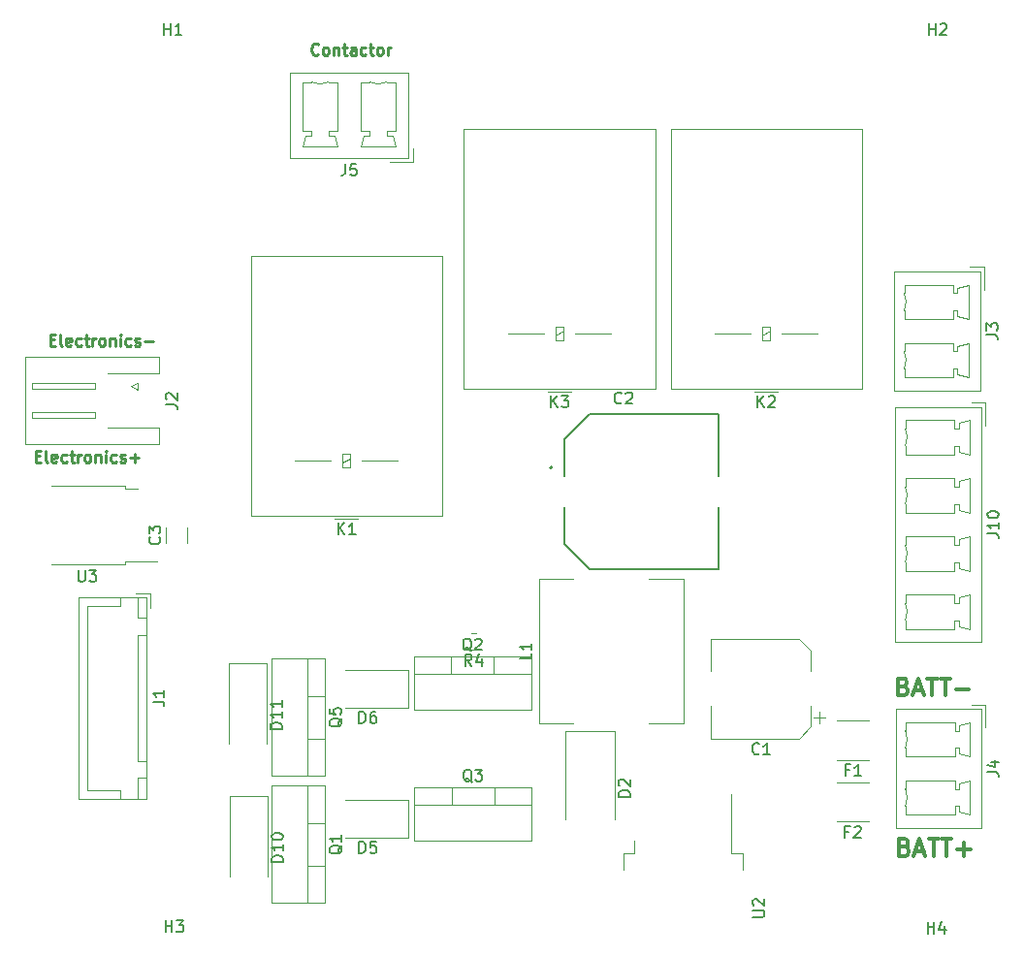
<source format=gbr>
G04 #@! TF.GenerationSoftware,KiCad,Pcbnew,7.0.9*
G04 #@! TF.CreationDate,2024-03-04T19:45:03+05:30*
G04 #@! TF.ProjectId,Chg_Dschg Controller,4368675f-4473-4636-9867-20436f6e7472,rev?*
G04 #@! TF.SameCoordinates,Original*
G04 #@! TF.FileFunction,Legend,Top*
G04 #@! TF.FilePolarity,Positive*
%FSLAX45Y45*%
G04 Gerber Fmt 4.5, Leading zero omitted, Abs format (unit mm)*
G04 Created by KiCad (PCBNEW 7.0.9) date 2024-03-04 19:45:03*
%MOMM*%
%LPD*%
G01*
G04 APERTURE LIST*
%ADD10C,0.300000*%
%ADD11C,0.250000*%
%ADD12C,0.150000*%
%ADD13C,0.120000*%
%ADD14C,0.127000*%
%ADD15C,0.200000*%
G04 APERTURE END LIST*
D10*
X11250451Y-9631511D02*
X11271880Y-9638654D01*
X11271880Y-9638654D02*
X11279022Y-9645797D01*
X11279022Y-9645797D02*
X11286165Y-9660083D01*
X11286165Y-9660083D02*
X11286165Y-9681511D01*
X11286165Y-9681511D02*
X11279022Y-9695797D01*
X11279022Y-9695797D02*
X11271880Y-9702940D01*
X11271880Y-9702940D02*
X11257594Y-9710083D01*
X11257594Y-9710083D02*
X11200451Y-9710083D01*
X11200451Y-9710083D02*
X11200451Y-9560083D01*
X11200451Y-9560083D02*
X11250451Y-9560083D01*
X11250451Y-9560083D02*
X11264737Y-9567226D01*
X11264737Y-9567226D02*
X11271880Y-9574369D01*
X11271880Y-9574369D02*
X11279022Y-9588654D01*
X11279022Y-9588654D02*
X11279022Y-9602940D01*
X11279022Y-9602940D02*
X11271880Y-9617226D01*
X11271880Y-9617226D02*
X11264737Y-9624369D01*
X11264737Y-9624369D02*
X11250451Y-9631511D01*
X11250451Y-9631511D02*
X11200451Y-9631511D01*
X11343308Y-9667226D02*
X11414737Y-9667226D01*
X11329022Y-9710083D02*
X11379022Y-9560083D01*
X11379022Y-9560083D02*
X11429022Y-9710083D01*
X11457594Y-9560083D02*
X11543308Y-9560083D01*
X11500451Y-9710083D02*
X11500451Y-9560083D01*
X11571880Y-9560083D02*
X11657594Y-9560083D01*
X11614737Y-9710083D02*
X11614737Y-9560083D01*
X11707594Y-9652940D02*
X11821880Y-9652940D01*
X11764737Y-9710083D02*
X11764737Y-9595797D01*
D11*
X3659757Y-6220581D02*
X3693090Y-6220581D01*
X3707376Y-6272962D02*
X3659757Y-6272962D01*
X3659757Y-6272962D02*
X3659757Y-6172962D01*
X3659757Y-6172962D02*
X3707376Y-6172962D01*
X3764519Y-6272962D02*
X3754995Y-6268200D01*
X3754995Y-6268200D02*
X3750233Y-6258676D01*
X3750233Y-6258676D02*
X3750233Y-6172962D01*
X3840709Y-6268200D02*
X3831185Y-6272962D01*
X3831185Y-6272962D02*
X3812138Y-6272962D01*
X3812138Y-6272962D02*
X3802614Y-6268200D01*
X3802614Y-6268200D02*
X3797852Y-6258676D01*
X3797852Y-6258676D02*
X3797852Y-6220581D01*
X3797852Y-6220581D02*
X3802614Y-6211057D01*
X3802614Y-6211057D02*
X3812138Y-6206295D01*
X3812138Y-6206295D02*
X3831185Y-6206295D01*
X3831185Y-6206295D02*
X3840709Y-6211057D01*
X3840709Y-6211057D02*
X3845471Y-6220581D01*
X3845471Y-6220581D02*
X3845471Y-6230105D01*
X3845471Y-6230105D02*
X3797852Y-6239628D01*
X3931185Y-6268200D02*
X3921662Y-6272962D01*
X3921662Y-6272962D02*
X3902614Y-6272962D01*
X3902614Y-6272962D02*
X3893090Y-6268200D01*
X3893090Y-6268200D02*
X3888328Y-6263438D01*
X3888328Y-6263438D02*
X3883566Y-6253914D01*
X3883566Y-6253914D02*
X3883566Y-6225343D01*
X3883566Y-6225343D02*
X3888328Y-6215819D01*
X3888328Y-6215819D02*
X3893090Y-6211057D01*
X3893090Y-6211057D02*
X3902614Y-6206295D01*
X3902614Y-6206295D02*
X3921662Y-6206295D01*
X3921662Y-6206295D02*
X3931185Y-6211057D01*
X3959757Y-6206295D02*
X3997852Y-6206295D01*
X3974043Y-6172962D02*
X3974043Y-6258676D01*
X3974043Y-6258676D02*
X3978804Y-6268200D01*
X3978804Y-6268200D02*
X3988328Y-6272962D01*
X3988328Y-6272962D02*
X3997852Y-6272962D01*
X4031185Y-6272962D02*
X4031185Y-6206295D01*
X4031185Y-6225343D02*
X4035947Y-6215819D01*
X4035947Y-6215819D02*
X4040709Y-6211057D01*
X4040709Y-6211057D02*
X4050233Y-6206295D01*
X4050233Y-6206295D02*
X4059757Y-6206295D01*
X4107376Y-6272962D02*
X4097852Y-6268200D01*
X4097852Y-6268200D02*
X4093090Y-6263438D01*
X4093090Y-6263438D02*
X4088328Y-6253914D01*
X4088328Y-6253914D02*
X4088328Y-6225343D01*
X4088328Y-6225343D02*
X4093090Y-6215819D01*
X4093090Y-6215819D02*
X4097852Y-6211057D01*
X4097852Y-6211057D02*
X4107376Y-6206295D01*
X4107376Y-6206295D02*
X4121662Y-6206295D01*
X4121662Y-6206295D02*
X4131185Y-6211057D01*
X4131185Y-6211057D02*
X4135947Y-6215819D01*
X4135947Y-6215819D02*
X4140709Y-6225343D01*
X4140709Y-6225343D02*
X4140709Y-6253914D01*
X4140709Y-6253914D02*
X4135947Y-6263438D01*
X4135947Y-6263438D02*
X4131185Y-6268200D01*
X4131185Y-6268200D02*
X4121662Y-6272962D01*
X4121662Y-6272962D02*
X4107376Y-6272962D01*
X4183566Y-6206295D02*
X4183566Y-6272962D01*
X4183566Y-6215819D02*
X4188328Y-6211057D01*
X4188328Y-6211057D02*
X4197852Y-6206295D01*
X4197852Y-6206295D02*
X4212138Y-6206295D01*
X4212138Y-6206295D02*
X4221662Y-6211057D01*
X4221662Y-6211057D02*
X4226424Y-6220581D01*
X4226424Y-6220581D02*
X4226424Y-6272962D01*
X4274043Y-6272962D02*
X4274043Y-6206295D01*
X4274043Y-6172962D02*
X4269281Y-6177724D01*
X4269281Y-6177724D02*
X4274043Y-6182486D01*
X4274043Y-6182486D02*
X4278805Y-6177724D01*
X4278805Y-6177724D02*
X4274043Y-6172962D01*
X4274043Y-6172962D02*
X4274043Y-6182486D01*
X4364519Y-6268200D02*
X4354995Y-6272962D01*
X4354995Y-6272962D02*
X4335947Y-6272962D01*
X4335947Y-6272962D02*
X4326424Y-6268200D01*
X4326424Y-6268200D02*
X4321662Y-6263438D01*
X4321662Y-6263438D02*
X4316900Y-6253914D01*
X4316900Y-6253914D02*
X4316900Y-6225343D01*
X4316900Y-6225343D02*
X4321662Y-6215819D01*
X4321662Y-6215819D02*
X4326424Y-6211057D01*
X4326424Y-6211057D02*
X4335947Y-6206295D01*
X4335947Y-6206295D02*
X4354995Y-6206295D01*
X4354995Y-6206295D02*
X4364519Y-6211057D01*
X4402614Y-6268200D02*
X4412138Y-6272962D01*
X4412138Y-6272962D02*
X4431186Y-6272962D01*
X4431186Y-6272962D02*
X4440709Y-6268200D01*
X4440709Y-6268200D02*
X4445471Y-6258676D01*
X4445471Y-6258676D02*
X4445471Y-6253914D01*
X4445471Y-6253914D02*
X4440709Y-6244390D01*
X4440709Y-6244390D02*
X4431186Y-6239628D01*
X4431186Y-6239628D02*
X4416900Y-6239628D01*
X4416900Y-6239628D02*
X4407376Y-6234867D01*
X4407376Y-6234867D02*
X4402614Y-6225343D01*
X4402614Y-6225343D02*
X4402614Y-6220581D01*
X4402614Y-6220581D02*
X4407376Y-6211057D01*
X4407376Y-6211057D02*
X4416900Y-6206295D01*
X4416900Y-6206295D02*
X4431186Y-6206295D01*
X4431186Y-6206295D02*
X4440709Y-6211057D01*
X4488328Y-6234867D02*
X4564519Y-6234867D01*
X4526424Y-6272962D02*
X4526424Y-6196771D01*
D10*
X11240451Y-8231511D02*
X11261880Y-8238654D01*
X11261880Y-8238654D02*
X11269022Y-8245797D01*
X11269022Y-8245797D02*
X11276165Y-8260083D01*
X11276165Y-8260083D02*
X11276165Y-8281511D01*
X11276165Y-8281511D02*
X11269022Y-8295797D01*
X11269022Y-8295797D02*
X11261880Y-8302940D01*
X11261880Y-8302940D02*
X11247594Y-8310083D01*
X11247594Y-8310083D02*
X11190451Y-8310083D01*
X11190451Y-8310083D02*
X11190451Y-8160083D01*
X11190451Y-8160083D02*
X11240451Y-8160083D01*
X11240451Y-8160083D02*
X11254737Y-8167226D01*
X11254737Y-8167226D02*
X11261880Y-8174368D01*
X11261880Y-8174368D02*
X11269022Y-8188654D01*
X11269022Y-8188654D02*
X11269022Y-8202940D01*
X11269022Y-8202940D02*
X11261880Y-8217226D01*
X11261880Y-8217226D02*
X11254737Y-8224368D01*
X11254737Y-8224368D02*
X11240451Y-8231511D01*
X11240451Y-8231511D02*
X11190451Y-8231511D01*
X11333308Y-8267226D02*
X11404737Y-8267226D01*
X11319022Y-8310083D02*
X11369022Y-8160083D01*
X11369022Y-8160083D02*
X11419022Y-8310083D01*
X11447594Y-8160083D02*
X11533308Y-8160083D01*
X11490451Y-8310083D02*
X11490451Y-8160083D01*
X11561880Y-8160083D02*
X11647594Y-8160083D01*
X11604737Y-8310083D02*
X11604737Y-8160083D01*
X11697594Y-8252940D02*
X11811880Y-8252940D01*
D11*
X6129900Y-2707438D02*
X6125138Y-2712200D01*
X6125138Y-2712200D02*
X6110852Y-2716962D01*
X6110852Y-2716962D02*
X6101328Y-2716962D01*
X6101328Y-2716962D02*
X6087042Y-2712200D01*
X6087042Y-2712200D02*
X6077519Y-2702676D01*
X6077519Y-2702676D02*
X6072757Y-2693152D01*
X6072757Y-2693152D02*
X6067995Y-2674105D01*
X6067995Y-2674105D02*
X6067995Y-2659819D01*
X6067995Y-2659819D02*
X6072757Y-2640771D01*
X6072757Y-2640771D02*
X6077519Y-2631248D01*
X6077519Y-2631248D02*
X6087042Y-2621724D01*
X6087042Y-2621724D02*
X6101328Y-2616962D01*
X6101328Y-2616962D02*
X6110852Y-2616962D01*
X6110852Y-2616962D02*
X6125138Y-2621724D01*
X6125138Y-2621724D02*
X6129900Y-2626486D01*
X6187042Y-2716962D02*
X6177519Y-2712200D01*
X6177519Y-2712200D02*
X6172757Y-2707438D01*
X6172757Y-2707438D02*
X6167995Y-2697914D01*
X6167995Y-2697914D02*
X6167995Y-2669343D01*
X6167995Y-2669343D02*
X6172757Y-2659819D01*
X6172757Y-2659819D02*
X6177519Y-2655057D01*
X6177519Y-2655057D02*
X6187042Y-2650295D01*
X6187042Y-2650295D02*
X6201328Y-2650295D01*
X6201328Y-2650295D02*
X6210852Y-2655057D01*
X6210852Y-2655057D02*
X6215614Y-2659819D01*
X6215614Y-2659819D02*
X6220376Y-2669343D01*
X6220376Y-2669343D02*
X6220376Y-2697914D01*
X6220376Y-2697914D02*
X6215614Y-2707438D01*
X6215614Y-2707438D02*
X6210852Y-2712200D01*
X6210852Y-2712200D02*
X6201328Y-2716962D01*
X6201328Y-2716962D02*
X6187042Y-2716962D01*
X6263233Y-2650295D02*
X6263233Y-2716962D01*
X6263233Y-2659819D02*
X6267995Y-2655057D01*
X6267995Y-2655057D02*
X6277519Y-2650295D01*
X6277519Y-2650295D02*
X6291804Y-2650295D01*
X6291804Y-2650295D02*
X6301328Y-2655057D01*
X6301328Y-2655057D02*
X6306090Y-2664581D01*
X6306090Y-2664581D02*
X6306090Y-2716962D01*
X6339423Y-2650295D02*
X6377519Y-2650295D01*
X6353709Y-2616962D02*
X6353709Y-2702676D01*
X6353709Y-2702676D02*
X6358471Y-2712200D01*
X6358471Y-2712200D02*
X6367995Y-2716962D01*
X6367995Y-2716962D02*
X6377519Y-2716962D01*
X6453709Y-2716962D02*
X6453709Y-2664581D01*
X6453709Y-2664581D02*
X6448947Y-2655057D01*
X6448947Y-2655057D02*
X6439423Y-2650295D01*
X6439423Y-2650295D02*
X6420376Y-2650295D01*
X6420376Y-2650295D02*
X6410852Y-2655057D01*
X6453709Y-2712200D02*
X6444185Y-2716962D01*
X6444185Y-2716962D02*
X6420376Y-2716962D01*
X6420376Y-2716962D02*
X6410852Y-2712200D01*
X6410852Y-2712200D02*
X6406090Y-2702676D01*
X6406090Y-2702676D02*
X6406090Y-2693152D01*
X6406090Y-2693152D02*
X6410852Y-2683629D01*
X6410852Y-2683629D02*
X6420376Y-2678867D01*
X6420376Y-2678867D02*
X6444185Y-2678867D01*
X6444185Y-2678867D02*
X6453709Y-2674105D01*
X6544185Y-2712200D02*
X6534662Y-2716962D01*
X6534662Y-2716962D02*
X6515614Y-2716962D01*
X6515614Y-2716962D02*
X6506090Y-2712200D01*
X6506090Y-2712200D02*
X6501328Y-2707438D01*
X6501328Y-2707438D02*
X6496566Y-2697914D01*
X6496566Y-2697914D02*
X6496566Y-2669343D01*
X6496566Y-2669343D02*
X6501328Y-2659819D01*
X6501328Y-2659819D02*
X6506090Y-2655057D01*
X6506090Y-2655057D02*
X6515614Y-2650295D01*
X6515614Y-2650295D02*
X6534662Y-2650295D01*
X6534662Y-2650295D02*
X6544185Y-2655057D01*
X6572757Y-2650295D02*
X6610852Y-2650295D01*
X6587043Y-2616962D02*
X6587043Y-2702676D01*
X6587043Y-2702676D02*
X6591804Y-2712200D01*
X6591804Y-2712200D02*
X6601328Y-2716962D01*
X6601328Y-2716962D02*
X6610852Y-2716962D01*
X6658471Y-2716962D02*
X6648947Y-2712200D01*
X6648947Y-2712200D02*
X6644185Y-2707438D01*
X6644185Y-2707438D02*
X6639424Y-2697914D01*
X6639424Y-2697914D02*
X6639424Y-2669343D01*
X6639424Y-2669343D02*
X6644185Y-2659819D01*
X6644185Y-2659819D02*
X6648947Y-2655057D01*
X6648947Y-2655057D02*
X6658471Y-2650295D01*
X6658471Y-2650295D02*
X6672757Y-2650295D01*
X6672757Y-2650295D02*
X6682281Y-2655057D01*
X6682281Y-2655057D02*
X6687043Y-2659819D01*
X6687043Y-2659819D02*
X6691804Y-2669343D01*
X6691804Y-2669343D02*
X6691804Y-2697914D01*
X6691804Y-2697914D02*
X6687043Y-2707438D01*
X6687043Y-2707438D02*
X6682281Y-2712200D01*
X6682281Y-2712200D02*
X6672757Y-2716962D01*
X6672757Y-2716962D02*
X6658471Y-2716962D01*
X6734662Y-2716962D02*
X6734662Y-2650295D01*
X6734662Y-2669343D02*
X6739424Y-2659819D01*
X6739424Y-2659819D02*
X6744185Y-2655057D01*
X6744185Y-2655057D02*
X6753709Y-2650295D01*
X6753709Y-2650295D02*
X6763233Y-2650295D01*
X3786757Y-5204581D02*
X3820090Y-5204581D01*
X3834376Y-5256962D02*
X3786757Y-5256962D01*
X3786757Y-5256962D02*
X3786757Y-5156962D01*
X3786757Y-5156962D02*
X3834376Y-5156962D01*
X3891519Y-5256962D02*
X3881995Y-5252200D01*
X3881995Y-5252200D02*
X3877233Y-5242676D01*
X3877233Y-5242676D02*
X3877233Y-5156962D01*
X3967709Y-5252200D02*
X3958185Y-5256962D01*
X3958185Y-5256962D02*
X3939138Y-5256962D01*
X3939138Y-5256962D02*
X3929614Y-5252200D01*
X3929614Y-5252200D02*
X3924852Y-5242676D01*
X3924852Y-5242676D02*
X3924852Y-5204581D01*
X3924852Y-5204581D02*
X3929614Y-5195057D01*
X3929614Y-5195057D02*
X3939138Y-5190295D01*
X3939138Y-5190295D02*
X3958185Y-5190295D01*
X3958185Y-5190295D02*
X3967709Y-5195057D01*
X3967709Y-5195057D02*
X3972471Y-5204581D01*
X3972471Y-5204581D02*
X3972471Y-5214105D01*
X3972471Y-5214105D02*
X3924852Y-5223629D01*
X4058185Y-5252200D02*
X4048662Y-5256962D01*
X4048662Y-5256962D02*
X4029614Y-5256962D01*
X4029614Y-5256962D02*
X4020090Y-5252200D01*
X4020090Y-5252200D02*
X4015328Y-5247438D01*
X4015328Y-5247438D02*
X4010566Y-5237914D01*
X4010566Y-5237914D02*
X4010566Y-5209343D01*
X4010566Y-5209343D02*
X4015328Y-5199819D01*
X4015328Y-5199819D02*
X4020090Y-5195057D01*
X4020090Y-5195057D02*
X4029614Y-5190295D01*
X4029614Y-5190295D02*
X4048662Y-5190295D01*
X4048662Y-5190295D02*
X4058185Y-5195057D01*
X4086757Y-5190295D02*
X4124852Y-5190295D01*
X4101043Y-5156962D02*
X4101043Y-5242676D01*
X4101043Y-5242676D02*
X4105804Y-5252200D01*
X4105804Y-5252200D02*
X4115328Y-5256962D01*
X4115328Y-5256962D02*
X4124852Y-5256962D01*
X4158185Y-5256962D02*
X4158185Y-5190295D01*
X4158185Y-5209343D02*
X4162947Y-5199819D01*
X4162947Y-5199819D02*
X4167709Y-5195057D01*
X4167709Y-5195057D02*
X4177233Y-5190295D01*
X4177233Y-5190295D02*
X4186757Y-5190295D01*
X4234376Y-5256962D02*
X4224852Y-5252200D01*
X4224852Y-5252200D02*
X4220090Y-5247438D01*
X4220090Y-5247438D02*
X4215328Y-5237914D01*
X4215328Y-5237914D02*
X4215328Y-5209343D01*
X4215328Y-5209343D02*
X4220090Y-5199819D01*
X4220090Y-5199819D02*
X4224852Y-5195057D01*
X4224852Y-5195057D02*
X4234376Y-5190295D01*
X4234376Y-5190295D02*
X4248662Y-5190295D01*
X4248662Y-5190295D02*
X4258186Y-5195057D01*
X4258186Y-5195057D02*
X4262947Y-5199819D01*
X4262947Y-5199819D02*
X4267709Y-5209343D01*
X4267709Y-5209343D02*
X4267709Y-5237914D01*
X4267709Y-5237914D02*
X4262947Y-5247438D01*
X4262947Y-5247438D02*
X4258186Y-5252200D01*
X4258186Y-5252200D02*
X4248662Y-5256962D01*
X4248662Y-5256962D02*
X4234376Y-5256962D01*
X4310567Y-5190295D02*
X4310567Y-5256962D01*
X4310567Y-5199819D02*
X4315328Y-5195057D01*
X4315328Y-5195057D02*
X4324852Y-5190295D01*
X4324852Y-5190295D02*
X4339138Y-5190295D01*
X4339138Y-5190295D02*
X4348662Y-5195057D01*
X4348662Y-5195057D02*
X4353424Y-5204581D01*
X4353424Y-5204581D02*
X4353424Y-5256962D01*
X4401043Y-5256962D02*
X4401043Y-5190295D01*
X4401043Y-5156962D02*
X4396281Y-5161724D01*
X4396281Y-5161724D02*
X4401043Y-5166486D01*
X4401043Y-5166486D02*
X4405805Y-5161724D01*
X4405805Y-5161724D02*
X4401043Y-5156962D01*
X4401043Y-5156962D02*
X4401043Y-5166486D01*
X4491519Y-5252200D02*
X4481995Y-5256962D01*
X4481995Y-5256962D02*
X4462947Y-5256962D01*
X4462947Y-5256962D02*
X4453424Y-5252200D01*
X4453424Y-5252200D02*
X4448662Y-5247438D01*
X4448662Y-5247438D02*
X4443900Y-5237914D01*
X4443900Y-5237914D02*
X4443900Y-5209343D01*
X4443900Y-5209343D02*
X4448662Y-5199819D01*
X4448662Y-5199819D02*
X4453424Y-5195057D01*
X4453424Y-5195057D02*
X4462947Y-5190295D01*
X4462947Y-5190295D02*
X4481995Y-5190295D01*
X4481995Y-5190295D02*
X4491519Y-5195057D01*
X4529614Y-5252200D02*
X4539138Y-5256962D01*
X4539138Y-5256962D02*
X4558186Y-5256962D01*
X4558186Y-5256962D02*
X4567709Y-5252200D01*
X4567709Y-5252200D02*
X4572471Y-5242676D01*
X4572471Y-5242676D02*
X4572471Y-5237914D01*
X4572471Y-5237914D02*
X4567709Y-5228390D01*
X4567709Y-5228390D02*
X4558186Y-5223629D01*
X4558186Y-5223629D02*
X4543900Y-5223629D01*
X4543900Y-5223629D02*
X4534376Y-5218867D01*
X4534376Y-5218867D02*
X4529614Y-5209343D01*
X4529614Y-5209343D02*
X4529614Y-5204581D01*
X4529614Y-5204581D02*
X4534376Y-5195057D01*
X4534376Y-5195057D02*
X4543900Y-5190295D01*
X4543900Y-5190295D02*
X4558186Y-5190295D01*
X4558186Y-5190295D02*
X4567709Y-5195057D01*
X4615328Y-5218867D02*
X4691519Y-5218867D01*
D12*
X4780110Y-2540482D02*
X4780110Y-2440482D01*
X4780110Y-2488101D02*
X4837252Y-2488101D01*
X4837252Y-2540482D02*
X4837252Y-2440482D01*
X4937252Y-2540482D02*
X4880110Y-2540482D01*
X4908681Y-2540482D02*
X4908681Y-2440482D01*
X4908681Y-2440482D02*
X4899157Y-2454768D01*
X4899157Y-2454768D02*
X4889633Y-2464291D01*
X4889633Y-2464291D02*
X4880110Y-2469053D01*
X9966191Y-5793232D02*
X9966191Y-5693232D01*
X10023333Y-5793232D02*
X9980476Y-5736089D01*
X10023333Y-5693232D02*
X9966191Y-5750375D01*
X10061429Y-5702756D02*
X10066191Y-5697994D01*
X10066191Y-5697994D02*
X10075714Y-5693232D01*
X10075714Y-5693232D02*
X10099524Y-5693232D01*
X10099524Y-5693232D02*
X10109048Y-5697994D01*
X10109048Y-5697994D02*
X10113810Y-5702756D01*
X10113810Y-5702756D02*
X10118571Y-5712279D01*
X10118571Y-5712279D02*
X10118571Y-5721803D01*
X10118571Y-5721803D02*
X10113810Y-5736089D01*
X10113810Y-5736089D02*
X10056667Y-5793232D01*
X10056667Y-5793232D02*
X10118571Y-5793232D01*
X7990482Y-7941667D02*
X7990482Y-7989286D01*
X7990482Y-7989286D02*
X7890482Y-7989286D01*
X7990482Y-7855952D02*
X7990482Y-7913095D01*
X7990482Y-7884524D02*
X7890482Y-7884524D01*
X7890482Y-7884524D02*
X7904768Y-7894047D01*
X7904768Y-7894047D02*
X7914291Y-7903571D01*
X7914291Y-7903571D02*
X7919053Y-7913095D01*
X10761667Y-9498101D02*
X10728333Y-9498101D01*
X10728333Y-9550482D02*
X10728333Y-9450482D01*
X10728333Y-9450482D02*
X10775952Y-9450482D01*
X10809286Y-9460006D02*
X10814048Y-9455244D01*
X10814048Y-9455244D02*
X10823571Y-9450482D01*
X10823571Y-9450482D02*
X10847381Y-9450482D01*
X10847381Y-9450482D02*
X10856905Y-9455244D01*
X10856905Y-9455244D02*
X10861667Y-9460006D01*
X10861667Y-9460006D02*
X10866429Y-9469530D01*
X10866429Y-9469530D02*
X10866429Y-9479053D01*
X10866429Y-9479053D02*
X10861667Y-9493339D01*
X10861667Y-9493339D02*
X10804524Y-9550482D01*
X10804524Y-9550482D02*
X10866429Y-9550482D01*
X11971232Y-8980083D02*
X12042660Y-8980083D01*
X12042660Y-8980083D02*
X12056946Y-8984845D01*
X12056946Y-8984845D02*
X12066470Y-8994369D01*
X12066470Y-8994369D02*
X12071232Y-9008655D01*
X12071232Y-9008655D02*
X12071232Y-9018179D01*
X12004565Y-8889607D02*
X12071232Y-8889607D01*
X11966470Y-8913417D02*
X12037898Y-8937226D01*
X12037898Y-8937226D02*
X12037898Y-8875321D01*
X6486190Y-8550482D02*
X6486190Y-8450482D01*
X6486190Y-8450482D02*
X6510000Y-8450482D01*
X6510000Y-8450482D02*
X6524286Y-8455244D01*
X6524286Y-8455244D02*
X6533809Y-8464768D01*
X6533809Y-8464768D02*
X6538571Y-8474291D01*
X6538571Y-8474291D02*
X6543333Y-8493339D01*
X6543333Y-8493339D02*
X6543333Y-8507625D01*
X6543333Y-8507625D02*
X6538571Y-8526672D01*
X6538571Y-8526672D02*
X6533809Y-8536196D01*
X6533809Y-8536196D02*
X6524286Y-8545720D01*
X6524286Y-8545720D02*
X6510000Y-8550482D01*
X6510000Y-8550482D02*
X6486190Y-8550482D01*
X6629048Y-8450482D02*
X6610000Y-8450482D01*
X6610000Y-8450482D02*
X6600476Y-8455244D01*
X6600476Y-8455244D02*
X6595714Y-8460006D01*
X6595714Y-8460006D02*
X6586190Y-8474291D01*
X6586190Y-8474291D02*
X6581429Y-8493339D01*
X6581429Y-8493339D02*
X6581429Y-8531434D01*
X6581429Y-8531434D02*
X6586190Y-8540958D01*
X6586190Y-8540958D02*
X6590952Y-8545720D01*
X6590952Y-8545720D02*
X6600476Y-8550482D01*
X6600476Y-8550482D02*
X6619524Y-8550482D01*
X6619524Y-8550482D02*
X6629048Y-8545720D01*
X6629048Y-8545720D02*
X6633809Y-8540958D01*
X6633809Y-8540958D02*
X6638571Y-8531434D01*
X6638571Y-8531434D02*
X6638571Y-8507625D01*
X6638571Y-8507625D02*
X6633809Y-8498101D01*
X6633809Y-8498101D02*
X6629048Y-8493339D01*
X6629048Y-8493339D02*
X6619524Y-8488577D01*
X6619524Y-8488577D02*
X6600476Y-8488577D01*
X6600476Y-8488577D02*
X6590952Y-8493339D01*
X6590952Y-8493339D02*
X6586190Y-8498101D01*
X6586190Y-8498101D02*
X6581429Y-8507625D01*
X11961232Y-5160083D02*
X12032660Y-5160083D01*
X12032660Y-5160083D02*
X12046946Y-5164845D01*
X12046946Y-5164845D02*
X12056470Y-5174369D01*
X12056470Y-5174369D02*
X12061232Y-5188655D01*
X12061232Y-5188655D02*
X12061232Y-5198179D01*
X11961232Y-5121988D02*
X11961232Y-5060083D01*
X11961232Y-5060083D02*
X11999327Y-5093417D01*
X11999327Y-5093417D02*
X11999327Y-5079131D01*
X11999327Y-5079131D02*
X12004089Y-5069607D01*
X12004089Y-5069607D02*
X12008851Y-5064845D01*
X12008851Y-5064845D02*
X12018375Y-5060083D01*
X12018375Y-5060083D02*
X12042184Y-5060083D01*
X12042184Y-5060083D02*
X12051708Y-5064845D01*
X12051708Y-5064845D02*
X12056470Y-5069607D01*
X12056470Y-5069607D02*
X12061232Y-5079131D01*
X12061232Y-5079131D02*
X12061232Y-5107702D01*
X12061232Y-5107702D02*
X12056470Y-5117226D01*
X12056470Y-5117226D02*
X12051708Y-5121988D01*
X11460409Y-2540482D02*
X11460409Y-2440482D01*
X11460409Y-2488101D02*
X11517552Y-2488101D01*
X11517552Y-2540482D02*
X11517552Y-2440482D01*
X11560409Y-2450006D02*
X11565171Y-2445244D01*
X11565171Y-2445244D02*
X11574695Y-2440482D01*
X11574695Y-2440482D02*
X11598505Y-2440482D01*
X11598505Y-2440482D02*
X11608028Y-2445244D01*
X11608028Y-2445244D02*
X11612790Y-2450006D01*
X11612790Y-2450006D02*
X11617552Y-2459530D01*
X11617552Y-2459530D02*
X11617552Y-2469053D01*
X11617552Y-2469053D02*
X11612790Y-2483339D01*
X11612790Y-2483339D02*
X11555648Y-2540482D01*
X11555648Y-2540482D02*
X11617552Y-2540482D01*
X11448809Y-10387142D02*
X11448809Y-10287142D01*
X11448809Y-10334761D02*
X11505952Y-10334761D01*
X11505952Y-10387142D02*
X11505952Y-10287142D01*
X11596428Y-10320475D02*
X11596428Y-10387142D01*
X11572619Y-10282380D02*
X11548809Y-10353809D01*
X11548809Y-10353809D02*
X11610714Y-10353809D01*
X5820482Y-9761429D02*
X5720482Y-9761429D01*
X5720482Y-9761429D02*
X5720482Y-9737619D01*
X5720482Y-9737619D02*
X5725244Y-9723333D01*
X5725244Y-9723333D02*
X5734768Y-9713810D01*
X5734768Y-9713810D02*
X5744291Y-9709048D01*
X5744291Y-9709048D02*
X5763339Y-9704286D01*
X5763339Y-9704286D02*
X5777625Y-9704286D01*
X5777625Y-9704286D02*
X5796672Y-9709048D01*
X5796672Y-9709048D02*
X5806196Y-9713810D01*
X5806196Y-9713810D02*
X5815720Y-9723333D01*
X5815720Y-9723333D02*
X5820482Y-9737619D01*
X5820482Y-9737619D02*
X5820482Y-9761429D01*
X5820482Y-9609048D02*
X5820482Y-9666190D01*
X5820482Y-9637619D02*
X5720482Y-9637619D01*
X5720482Y-9637619D02*
X5734768Y-9647143D01*
X5734768Y-9647143D02*
X5744291Y-9656667D01*
X5744291Y-9656667D02*
X5749053Y-9666190D01*
X5720482Y-9547143D02*
X5720482Y-9537619D01*
X5720482Y-9537619D02*
X5725244Y-9528095D01*
X5725244Y-9528095D02*
X5730006Y-9523333D01*
X5730006Y-9523333D02*
X5739529Y-9518571D01*
X5739529Y-9518571D02*
X5758577Y-9513810D01*
X5758577Y-9513810D02*
X5782387Y-9513810D01*
X5782387Y-9513810D02*
X5801434Y-9518571D01*
X5801434Y-9518571D02*
X5810958Y-9523333D01*
X5810958Y-9523333D02*
X5815720Y-9528095D01*
X5815720Y-9528095D02*
X5820482Y-9537619D01*
X5820482Y-9537619D02*
X5820482Y-9547143D01*
X5820482Y-9547143D02*
X5815720Y-9556667D01*
X5815720Y-9556667D02*
X5810958Y-9561429D01*
X5810958Y-9561429D02*
X5801434Y-9566190D01*
X5801434Y-9566190D02*
X5782387Y-9570952D01*
X5782387Y-9570952D02*
X5758577Y-9570952D01*
X5758577Y-9570952D02*
X5739529Y-9566190D01*
X5739529Y-9566190D02*
X5730006Y-9561429D01*
X5730006Y-9561429D02*
X5725244Y-9556667D01*
X5725244Y-9556667D02*
X5720482Y-9547143D01*
X4795482Y-5768333D02*
X4866910Y-5768333D01*
X4866910Y-5768333D02*
X4881196Y-5773095D01*
X4881196Y-5773095D02*
X4890720Y-5782619D01*
X4890720Y-5782619D02*
X4895482Y-5796905D01*
X4895482Y-5796905D02*
X4895482Y-5806428D01*
X4805006Y-5725476D02*
X4800244Y-5720714D01*
X4800244Y-5720714D02*
X4795482Y-5711190D01*
X4795482Y-5711190D02*
X4795482Y-5687381D01*
X4795482Y-5687381D02*
X4800244Y-5677857D01*
X4800244Y-5677857D02*
X4805006Y-5673095D01*
X4805006Y-5673095D02*
X4814530Y-5668333D01*
X4814530Y-5668333D02*
X4824053Y-5668333D01*
X4824053Y-5668333D02*
X4838339Y-5673095D01*
X4838339Y-5673095D02*
X4895482Y-5730238D01*
X4895482Y-5730238D02*
X4895482Y-5668333D01*
X10764167Y-8958101D02*
X10730833Y-8958101D01*
X10730833Y-9010482D02*
X10730833Y-8910482D01*
X10730833Y-8910482D02*
X10778452Y-8910482D01*
X10868929Y-9010482D02*
X10811786Y-9010482D01*
X10840357Y-9010482D02*
X10840357Y-8910482D01*
X10840357Y-8910482D02*
X10830833Y-8924768D01*
X10830833Y-8924768D02*
X10821310Y-8934291D01*
X10821310Y-8934291D02*
X10811786Y-8939053D01*
X8775833Y-5752458D02*
X8771071Y-5757220D01*
X8771071Y-5757220D02*
X8756786Y-5761982D01*
X8756786Y-5761982D02*
X8747262Y-5761982D01*
X8747262Y-5761982D02*
X8732976Y-5757220D01*
X8732976Y-5757220D02*
X8723452Y-5747696D01*
X8723452Y-5747696D02*
X8718691Y-5738172D01*
X8718691Y-5738172D02*
X8713929Y-5719125D01*
X8713929Y-5719125D02*
X8713929Y-5704839D01*
X8713929Y-5704839D02*
X8718691Y-5685791D01*
X8718691Y-5685791D02*
X8723452Y-5676268D01*
X8723452Y-5676268D02*
X8732976Y-5666744D01*
X8732976Y-5666744D02*
X8747262Y-5661982D01*
X8747262Y-5661982D02*
X8756786Y-5661982D01*
X8756786Y-5661982D02*
X8771071Y-5666744D01*
X8771071Y-5666744D02*
X8775833Y-5671506D01*
X8813929Y-5671506D02*
X8818691Y-5666744D01*
X8818691Y-5666744D02*
X8828214Y-5661982D01*
X8828214Y-5661982D02*
X8852024Y-5661982D01*
X8852024Y-5661982D02*
X8861548Y-5666744D01*
X8861548Y-5666744D02*
X8866310Y-5671506D01*
X8866310Y-5671506D02*
X8871071Y-5681029D01*
X8871071Y-5681029D02*
X8871071Y-5690553D01*
X8871071Y-5690553D02*
X8866310Y-5704839D01*
X8866310Y-5704839D02*
X8809167Y-5761982D01*
X8809167Y-5761982D02*
X8871071Y-5761982D01*
X11970482Y-6897952D02*
X12041910Y-6897952D01*
X12041910Y-6897952D02*
X12056196Y-6902714D01*
X12056196Y-6902714D02*
X12065720Y-6912238D01*
X12065720Y-6912238D02*
X12070482Y-6926524D01*
X12070482Y-6926524D02*
X12070482Y-6936047D01*
X12070482Y-6797952D02*
X12070482Y-6855095D01*
X12070482Y-6826524D02*
X11970482Y-6826524D01*
X11970482Y-6826524D02*
X11984768Y-6836047D01*
X11984768Y-6836047D02*
X11994291Y-6845571D01*
X11994291Y-6845571D02*
X11999053Y-6855095D01*
X11970482Y-6736047D02*
X11970482Y-6726524D01*
X11970482Y-6726524D02*
X11975244Y-6717000D01*
X11975244Y-6717000D02*
X11980006Y-6712238D01*
X11980006Y-6712238D02*
X11989529Y-6707476D01*
X11989529Y-6707476D02*
X12008577Y-6702714D01*
X12008577Y-6702714D02*
X12032387Y-6702714D01*
X12032387Y-6702714D02*
X12051434Y-6707476D01*
X12051434Y-6707476D02*
X12060958Y-6712238D01*
X12060958Y-6712238D02*
X12065720Y-6717000D01*
X12065720Y-6717000D02*
X12070482Y-6726524D01*
X12070482Y-6726524D02*
X12070482Y-6736047D01*
X12070482Y-6736047D02*
X12065720Y-6745571D01*
X12065720Y-6745571D02*
X12060958Y-6750333D01*
X12060958Y-6750333D02*
X12051434Y-6755095D01*
X12051434Y-6755095D02*
X12032387Y-6759857D01*
X12032387Y-6759857D02*
X12008577Y-6759857D01*
X12008577Y-6759857D02*
X11989529Y-6755095D01*
X11989529Y-6755095D02*
X11980006Y-6750333D01*
X11980006Y-6750333D02*
X11975244Y-6745571D01*
X11975244Y-6745571D02*
X11970482Y-6736047D01*
X6486190Y-9685482D02*
X6486190Y-9585482D01*
X6486190Y-9585482D02*
X6510000Y-9585482D01*
X6510000Y-9585482D02*
X6524286Y-9590244D01*
X6524286Y-9590244D02*
X6533809Y-9599768D01*
X6533809Y-9599768D02*
X6538571Y-9609291D01*
X6538571Y-9609291D02*
X6543333Y-9628339D01*
X6543333Y-9628339D02*
X6543333Y-9642625D01*
X6543333Y-9642625D02*
X6538571Y-9661672D01*
X6538571Y-9661672D02*
X6533809Y-9671196D01*
X6533809Y-9671196D02*
X6524286Y-9680720D01*
X6524286Y-9680720D02*
X6510000Y-9685482D01*
X6510000Y-9685482D02*
X6486190Y-9685482D01*
X6633809Y-9585482D02*
X6586190Y-9585482D01*
X6586190Y-9585482D02*
X6581429Y-9633101D01*
X6581429Y-9633101D02*
X6586190Y-9628339D01*
X6586190Y-9628339D02*
X6595714Y-9623577D01*
X6595714Y-9623577D02*
X6619524Y-9623577D01*
X6619524Y-9623577D02*
X6629048Y-9628339D01*
X6629048Y-9628339D02*
X6633809Y-9633101D01*
X6633809Y-9633101D02*
X6638571Y-9642625D01*
X6638571Y-9642625D02*
X6638571Y-9666434D01*
X6638571Y-9666434D02*
X6633809Y-9675958D01*
X6633809Y-9675958D02*
X6629048Y-9680720D01*
X6629048Y-9680720D02*
X6619524Y-9685482D01*
X6619524Y-9685482D02*
X6595714Y-9685482D01*
X6595714Y-9685482D02*
X6586190Y-9680720D01*
X6586190Y-9680720D02*
X6581429Y-9675958D01*
X7465476Y-7922506D02*
X7455952Y-7917744D01*
X7455952Y-7917744D02*
X7446428Y-7908220D01*
X7446428Y-7908220D02*
X7432143Y-7893934D01*
X7432143Y-7893934D02*
X7422619Y-7889172D01*
X7422619Y-7889172D02*
X7413095Y-7889172D01*
X7417857Y-7912982D02*
X7408333Y-7908220D01*
X7408333Y-7908220D02*
X7398809Y-7898696D01*
X7398809Y-7898696D02*
X7394048Y-7879648D01*
X7394048Y-7879648D02*
X7394048Y-7846315D01*
X7394048Y-7846315D02*
X7398809Y-7827268D01*
X7398809Y-7827268D02*
X7408333Y-7817744D01*
X7408333Y-7817744D02*
X7417857Y-7812982D01*
X7417857Y-7812982D02*
X7436905Y-7812982D01*
X7436905Y-7812982D02*
X7446428Y-7817744D01*
X7446428Y-7817744D02*
X7455952Y-7827268D01*
X7455952Y-7827268D02*
X7460714Y-7846315D01*
X7460714Y-7846315D02*
X7460714Y-7879648D01*
X7460714Y-7879648D02*
X7455952Y-7898696D01*
X7455952Y-7898696D02*
X7446428Y-7908220D01*
X7446428Y-7908220D02*
X7436905Y-7912982D01*
X7436905Y-7912982D02*
X7417857Y-7912982D01*
X7498809Y-7822506D02*
X7503571Y-7817744D01*
X7503571Y-7817744D02*
X7513095Y-7812982D01*
X7513095Y-7812982D02*
X7536905Y-7812982D01*
X7536905Y-7812982D02*
X7546428Y-7817744D01*
X7546428Y-7817744D02*
X7551190Y-7822506D01*
X7551190Y-7822506D02*
X7555952Y-7832029D01*
X7555952Y-7832029D02*
X7555952Y-7841553D01*
X7555952Y-7841553D02*
X7551190Y-7855839D01*
X7551190Y-7855839D02*
X7494048Y-7912982D01*
X7494048Y-7912982D02*
X7555952Y-7912982D01*
X9922982Y-10243690D02*
X10003934Y-10243690D01*
X10003934Y-10243690D02*
X10013458Y-10238929D01*
X10013458Y-10238929D02*
X10018220Y-10234167D01*
X10018220Y-10234167D02*
X10022982Y-10224643D01*
X10022982Y-10224643D02*
X10022982Y-10205595D01*
X10022982Y-10205595D02*
X10018220Y-10196071D01*
X10018220Y-10196071D02*
X10013458Y-10191310D01*
X10013458Y-10191310D02*
X10003934Y-10186548D01*
X10003934Y-10186548D02*
X9922982Y-10186548D01*
X9932506Y-10143690D02*
X9927744Y-10138929D01*
X9927744Y-10138929D02*
X9922982Y-10129405D01*
X9922982Y-10129405D02*
X9922982Y-10105595D01*
X9922982Y-10105595D02*
X9927744Y-10096071D01*
X9927744Y-10096071D02*
X9932506Y-10091310D01*
X9932506Y-10091310D02*
X9942030Y-10086548D01*
X9942030Y-10086548D02*
X9951553Y-10086548D01*
X9951553Y-10086548D02*
X9965839Y-10091310D01*
X9965839Y-10091310D02*
X10022982Y-10148452D01*
X10022982Y-10148452D02*
X10022982Y-10086548D01*
X4033809Y-7215482D02*
X4033809Y-7296434D01*
X4033809Y-7296434D02*
X4038571Y-7305958D01*
X4038571Y-7305958D02*
X4043333Y-7310720D01*
X4043333Y-7310720D02*
X4052857Y-7315482D01*
X4052857Y-7315482D02*
X4071905Y-7315482D01*
X4071905Y-7315482D02*
X4081428Y-7310720D01*
X4081428Y-7310720D02*
X4086190Y-7305958D01*
X4086190Y-7305958D02*
X4090952Y-7296434D01*
X4090952Y-7296434D02*
X4090952Y-7215482D01*
X4129048Y-7215482D02*
X4190952Y-7215482D01*
X4190952Y-7215482D02*
X4157619Y-7253577D01*
X4157619Y-7253577D02*
X4171905Y-7253577D01*
X4171905Y-7253577D02*
X4181428Y-7258339D01*
X4181428Y-7258339D02*
X4186190Y-7263101D01*
X4186190Y-7263101D02*
X4190952Y-7272625D01*
X4190952Y-7272625D02*
X4190952Y-7296434D01*
X4190952Y-7296434D02*
X4186190Y-7305958D01*
X4186190Y-7305958D02*
X4181428Y-7310720D01*
X4181428Y-7310720D02*
X4171905Y-7315482D01*
X4171905Y-7315482D02*
X4143333Y-7315482D01*
X4143333Y-7315482D02*
X4133809Y-7310720D01*
X4133809Y-7310720D02*
X4129048Y-7305958D01*
X6301190Y-6903232D02*
X6301190Y-6803232D01*
X6358333Y-6903232D02*
X6315476Y-6846089D01*
X6358333Y-6803232D02*
X6301190Y-6860375D01*
X6453571Y-6903232D02*
X6396429Y-6903232D01*
X6425000Y-6903232D02*
X6425000Y-6803232D01*
X6425000Y-6803232D02*
X6415476Y-6817518D01*
X6415476Y-6817518D02*
X6405952Y-6827041D01*
X6405952Y-6827041D02*
X6396429Y-6831803D01*
X6364917Y-3669732D02*
X6364917Y-3741160D01*
X6364917Y-3741160D02*
X6360155Y-3755446D01*
X6360155Y-3755446D02*
X6350631Y-3764970D01*
X6350631Y-3764970D02*
X6336345Y-3769732D01*
X6336345Y-3769732D02*
X6326821Y-3769732D01*
X6460155Y-3669732D02*
X6412536Y-3669732D01*
X6412536Y-3669732D02*
X6407774Y-3717351D01*
X6407774Y-3717351D02*
X6412536Y-3712589D01*
X6412536Y-3712589D02*
X6422059Y-3707827D01*
X6422059Y-3707827D02*
X6445869Y-3707827D01*
X6445869Y-3707827D02*
X6455393Y-3712589D01*
X6455393Y-3712589D02*
X6460155Y-3717351D01*
X6460155Y-3717351D02*
X6464917Y-3726875D01*
X6464917Y-3726875D02*
X6464917Y-3750684D01*
X6464917Y-3750684D02*
X6460155Y-3760208D01*
X6460155Y-3760208D02*
X6455393Y-3764970D01*
X6455393Y-3764970D02*
X6445869Y-3769732D01*
X6445869Y-3769732D02*
X6422059Y-3769732D01*
X6422059Y-3769732D02*
X6412536Y-3764970D01*
X6412536Y-3764970D02*
X6407774Y-3760208D01*
X6337506Y-9619524D02*
X6332744Y-9629048D01*
X6332744Y-9629048D02*
X6323220Y-9638571D01*
X6323220Y-9638571D02*
X6308934Y-9652857D01*
X6308934Y-9652857D02*
X6304172Y-9662381D01*
X6304172Y-9662381D02*
X6304172Y-9671905D01*
X6327982Y-9667143D02*
X6323220Y-9676667D01*
X6323220Y-9676667D02*
X6313696Y-9686190D01*
X6313696Y-9686190D02*
X6294648Y-9690952D01*
X6294648Y-9690952D02*
X6261315Y-9690952D01*
X6261315Y-9690952D02*
X6242268Y-9686190D01*
X6242268Y-9686190D02*
X6232744Y-9676667D01*
X6232744Y-9676667D02*
X6227982Y-9667143D01*
X6227982Y-9667143D02*
X6227982Y-9648095D01*
X6227982Y-9648095D02*
X6232744Y-9638571D01*
X6232744Y-9638571D02*
X6242268Y-9629048D01*
X6242268Y-9629048D02*
X6261315Y-9624286D01*
X6261315Y-9624286D02*
X6294648Y-9624286D01*
X6294648Y-9624286D02*
X6313696Y-9629048D01*
X6313696Y-9629048D02*
X6323220Y-9638571D01*
X6323220Y-9638571D02*
X6327982Y-9648095D01*
X6327982Y-9648095D02*
X6327982Y-9667143D01*
X6327982Y-9529048D02*
X6327982Y-9586190D01*
X6327982Y-9557619D02*
X6227982Y-9557619D01*
X6227982Y-9557619D02*
X6242268Y-9567143D01*
X6242268Y-9567143D02*
X6251791Y-9576667D01*
X6251791Y-9576667D02*
X6256553Y-9586190D01*
X9978333Y-8815958D02*
X9973571Y-8820720D01*
X9973571Y-8820720D02*
X9959286Y-8825482D01*
X9959286Y-8825482D02*
X9949762Y-8825482D01*
X9949762Y-8825482D02*
X9935476Y-8820720D01*
X9935476Y-8820720D02*
X9925952Y-8811196D01*
X9925952Y-8811196D02*
X9921191Y-8801672D01*
X9921191Y-8801672D02*
X9916429Y-8782625D01*
X9916429Y-8782625D02*
X9916429Y-8768339D01*
X9916429Y-8768339D02*
X9921191Y-8749291D01*
X9921191Y-8749291D02*
X9925952Y-8739768D01*
X9925952Y-8739768D02*
X9935476Y-8730244D01*
X9935476Y-8730244D02*
X9949762Y-8725482D01*
X9949762Y-8725482D02*
X9959286Y-8725482D01*
X9959286Y-8725482D02*
X9973571Y-8730244D01*
X9973571Y-8730244D02*
X9978333Y-8735006D01*
X10073571Y-8825482D02*
X10016429Y-8825482D01*
X10045000Y-8825482D02*
X10045000Y-8725482D01*
X10045000Y-8725482D02*
X10035476Y-8739768D01*
X10035476Y-8739768D02*
X10025952Y-8749291D01*
X10025952Y-8749291D02*
X10016429Y-8754053D01*
X7468333Y-8050482D02*
X7435000Y-8002863D01*
X7411190Y-8050482D02*
X7411190Y-7950482D01*
X7411190Y-7950482D02*
X7449286Y-7950482D01*
X7449286Y-7950482D02*
X7458809Y-7955244D01*
X7458809Y-7955244D02*
X7463571Y-7960006D01*
X7463571Y-7960006D02*
X7468333Y-7969529D01*
X7468333Y-7969529D02*
X7468333Y-7983815D01*
X7468333Y-7983815D02*
X7463571Y-7993339D01*
X7463571Y-7993339D02*
X7458809Y-7998101D01*
X7458809Y-7998101D02*
X7449286Y-8002863D01*
X7449286Y-8002863D02*
X7411190Y-8002863D01*
X7554048Y-7983815D02*
X7554048Y-8050482D01*
X7530238Y-7945720D02*
X7506429Y-8017148D01*
X7506429Y-8017148D02*
X7568333Y-8017148D01*
X5810482Y-8601429D02*
X5710482Y-8601429D01*
X5710482Y-8601429D02*
X5710482Y-8577619D01*
X5710482Y-8577619D02*
X5715244Y-8563333D01*
X5715244Y-8563333D02*
X5724768Y-8553810D01*
X5724768Y-8553810D02*
X5734291Y-8549048D01*
X5734291Y-8549048D02*
X5753339Y-8544286D01*
X5753339Y-8544286D02*
X5767625Y-8544286D01*
X5767625Y-8544286D02*
X5786672Y-8549048D01*
X5786672Y-8549048D02*
X5796196Y-8553810D01*
X5796196Y-8553810D02*
X5805720Y-8563333D01*
X5805720Y-8563333D02*
X5810482Y-8577619D01*
X5810482Y-8577619D02*
X5810482Y-8601429D01*
X5810482Y-8449048D02*
X5810482Y-8506190D01*
X5810482Y-8477619D02*
X5710482Y-8477619D01*
X5710482Y-8477619D02*
X5724768Y-8487143D01*
X5724768Y-8487143D02*
X5734291Y-8496667D01*
X5734291Y-8496667D02*
X5739053Y-8506190D01*
X5810482Y-8353809D02*
X5810482Y-8410952D01*
X5810482Y-8382381D02*
X5710482Y-8382381D01*
X5710482Y-8382381D02*
X5724768Y-8391905D01*
X5724768Y-8391905D02*
X5734291Y-8401429D01*
X5734291Y-8401429D02*
X5739053Y-8410952D01*
X6337506Y-8509524D02*
X6332744Y-8519048D01*
X6332744Y-8519048D02*
X6323220Y-8528571D01*
X6323220Y-8528571D02*
X6308934Y-8542857D01*
X6308934Y-8542857D02*
X6304172Y-8552381D01*
X6304172Y-8552381D02*
X6304172Y-8561905D01*
X6327982Y-8557143D02*
X6323220Y-8566667D01*
X6323220Y-8566667D02*
X6313696Y-8576190D01*
X6313696Y-8576190D02*
X6294648Y-8580952D01*
X6294648Y-8580952D02*
X6261315Y-8580952D01*
X6261315Y-8580952D02*
X6242268Y-8576190D01*
X6242268Y-8576190D02*
X6232744Y-8566667D01*
X6232744Y-8566667D02*
X6227982Y-8557143D01*
X6227982Y-8557143D02*
X6227982Y-8538095D01*
X6227982Y-8538095D02*
X6232744Y-8528571D01*
X6232744Y-8528571D02*
X6242268Y-8519048D01*
X6242268Y-8519048D02*
X6261315Y-8514286D01*
X6261315Y-8514286D02*
X6294648Y-8514286D01*
X6294648Y-8514286D02*
X6313696Y-8519048D01*
X6313696Y-8519048D02*
X6323220Y-8528571D01*
X6323220Y-8528571D02*
X6327982Y-8538095D01*
X6327982Y-8538095D02*
X6327982Y-8557143D01*
X6227982Y-8423810D02*
X6227982Y-8471429D01*
X6227982Y-8471429D02*
X6275601Y-8476190D01*
X6275601Y-8476190D02*
X6270839Y-8471429D01*
X6270839Y-8471429D02*
X6266077Y-8461905D01*
X6266077Y-8461905D02*
X6266077Y-8438095D01*
X6266077Y-8438095D02*
X6270839Y-8428571D01*
X6270839Y-8428571D02*
X6275601Y-8423810D01*
X6275601Y-8423810D02*
X6285125Y-8419048D01*
X6285125Y-8419048D02*
X6308934Y-8419048D01*
X6308934Y-8419048D02*
X6318458Y-8423810D01*
X6318458Y-8423810D02*
X6323220Y-8428571D01*
X6323220Y-8428571D02*
X6327982Y-8438095D01*
X6327982Y-8438095D02*
X6327982Y-8461905D01*
X6327982Y-8461905D02*
X6323220Y-8471429D01*
X6323220Y-8471429D02*
X6318458Y-8476190D01*
X4740958Y-6926667D02*
X4745720Y-6931428D01*
X4745720Y-6931428D02*
X4750482Y-6945714D01*
X4750482Y-6945714D02*
X4750482Y-6955238D01*
X4750482Y-6955238D02*
X4745720Y-6969524D01*
X4745720Y-6969524D02*
X4736196Y-6979047D01*
X4736196Y-6979047D02*
X4726672Y-6983809D01*
X4726672Y-6983809D02*
X4707625Y-6988571D01*
X4707625Y-6988571D02*
X4693339Y-6988571D01*
X4693339Y-6988571D02*
X4674291Y-6983809D01*
X4674291Y-6983809D02*
X4664768Y-6979047D01*
X4664768Y-6979047D02*
X4655244Y-6969524D01*
X4655244Y-6969524D02*
X4650482Y-6955238D01*
X4650482Y-6955238D02*
X4650482Y-6945714D01*
X4650482Y-6945714D02*
X4655244Y-6931428D01*
X4655244Y-6931428D02*
X4660006Y-6926667D01*
X4650482Y-6893333D02*
X4650482Y-6831428D01*
X4650482Y-6831428D02*
X4688577Y-6864762D01*
X4688577Y-6864762D02*
X4688577Y-6850476D01*
X4688577Y-6850476D02*
X4693339Y-6840952D01*
X4693339Y-6840952D02*
X4698101Y-6836190D01*
X4698101Y-6836190D02*
X4707625Y-6831428D01*
X4707625Y-6831428D02*
X4731434Y-6831428D01*
X4731434Y-6831428D02*
X4740958Y-6836190D01*
X4740958Y-6836190D02*
X4745720Y-6840952D01*
X4745720Y-6840952D02*
X4750482Y-6850476D01*
X4750482Y-6850476D02*
X4750482Y-6879047D01*
X4750482Y-6879047D02*
X4745720Y-6888571D01*
X4745720Y-6888571D02*
X4740958Y-6893333D01*
X7470476Y-9067506D02*
X7460952Y-9062744D01*
X7460952Y-9062744D02*
X7451428Y-9053220D01*
X7451428Y-9053220D02*
X7437143Y-9038934D01*
X7437143Y-9038934D02*
X7427619Y-9034172D01*
X7427619Y-9034172D02*
X7418095Y-9034172D01*
X7422857Y-9057982D02*
X7413333Y-9053220D01*
X7413333Y-9053220D02*
X7403809Y-9043696D01*
X7403809Y-9043696D02*
X7399048Y-9024649D01*
X7399048Y-9024649D02*
X7399048Y-8991315D01*
X7399048Y-8991315D02*
X7403809Y-8972268D01*
X7403809Y-8972268D02*
X7413333Y-8962744D01*
X7413333Y-8962744D02*
X7422857Y-8957982D01*
X7422857Y-8957982D02*
X7441905Y-8957982D01*
X7441905Y-8957982D02*
X7451428Y-8962744D01*
X7451428Y-8962744D02*
X7460952Y-8972268D01*
X7460952Y-8972268D02*
X7465714Y-8991315D01*
X7465714Y-8991315D02*
X7465714Y-9024649D01*
X7465714Y-9024649D02*
X7460952Y-9043696D01*
X7460952Y-9043696D02*
X7451428Y-9053220D01*
X7451428Y-9053220D02*
X7441905Y-9057982D01*
X7441905Y-9057982D02*
X7422857Y-9057982D01*
X7499048Y-8957982D02*
X7560952Y-8957982D01*
X7560952Y-8957982D02*
X7527619Y-8996077D01*
X7527619Y-8996077D02*
X7541905Y-8996077D01*
X7541905Y-8996077D02*
X7551428Y-9000839D01*
X7551428Y-9000839D02*
X7556190Y-9005601D01*
X7556190Y-9005601D02*
X7560952Y-9015125D01*
X7560952Y-9015125D02*
X7560952Y-9038934D01*
X7560952Y-9038934D02*
X7556190Y-9048458D01*
X7556190Y-9048458D02*
X7551428Y-9053220D01*
X7551428Y-9053220D02*
X7541905Y-9057982D01*
X7541905Y-9057982D02*
X7513333Y-9057982D01*
X7513333Y-9057982D02*
X7503809Y-9053220D01*
X7503809Y-9053220D02*
X7499048Y-9048458D01*
X4684382Y-8363533D02*
X4755810Y-8363533D01*
X4755810Y-8363533D02*
X4770096Y-8368295D01*
X4770096Y-8368295D02*
X4779620Y-8377819D01*
X4779620Y-8377819D02*
X4784382Y-8392105D01*
X4784382Y-8392105D02*
X4784382Y-8401629D01*
X4784382Y-8263533D02*
X4784382Y-8320676D01*
X4784382Y-8292105D02*
X4684382Y-8292105D01*
X4684382Y-8292105D02*
X4698668Y-8301628D01*
X4698668Y-8301628D02*
X4708191Y-8311152D01*
X4708191Y-8311152D02*
X4712953Y-8320676D01*
X4793810Y-10375482D02*
X4793810Y-10275482D01*
X4793810Y-10323101D02*
X4850952Y-10323101D01*
X4850952Y-10375482D02*
X4850952Y-10275482D01*
X4889048Y-10275482D02*
X4950952Y-10275482D01*
X4950952Y-10275482D02*
X4917619Y-10313577D01*
X4917619Y-10313577D02*
X4931905Y-10313577D01*
X4931905Y-10313577D02*
X4941429Y-10318339D01*
X4941429Y-10318339D02*
X4946190Y-10323101D01*
X4946190Y-10323101D02*
X4950952Y-10332625D01*
X4950952Y-10332625D02*
X4950952Y-10356434D01*
X4950952Y-10356434D02*
X4946190Y-10365958D01*
X4946190Y-10365958D02*
X4941429Y-10370720D01*
X4941429Y-10370720D02*
X4931905Y-10375482D01*
X4931905Y-10375482D02*
X4903333Y-10375482D01*
X4903333Y-10375482D02*
X4893810Y-10370720D01*
X4893810Y-10370720D02*
X4889048Y-10365958D01*
X8161190Y-5793232D02*
X8161190Y-5693232D01*
X8218333Y-5793232D02*
X8175476Y-5736089D01*
X8218333Y-5693232D02*
X8161190Y-5750375D01*
X8251667Y-5693232D02*
X8313571Y-5693232D01*
X8313571Y-5693232D02*
X8280238Y-5731327D01*
X8280238Y-5731327D02*
X8294524Y-5731327D01*
X8294524Y-5731327D02*
X8304048Y-5736089D01*
X8304048Y-5736089D02*
X8308809Y-5740851D01*
X8308809Y-5740851D02*
X8313571Y-5750375D01*
X8313571Y-5750375D02*
X8313571Y-5774184D01*
X8313571Y-5774184D02*
X8308809Y-5783708D01*
X8308809Y-5783708D02*
X8304048Y-5788470D01*
X8304048Y-5788470D02*
X8294524Y-5793232D01*
X8294524Y-5793232D02*
X8265952Y-5793232D01*
X8265952Y-5793232D02*
X8256429Y-5788470D01*
X8256429Y-5788470D02*
X8251667Y-5783708D01*
X8850482Y-9193809D02*
X8750482Y-9193809D01*
X8750482Y-9193809D02*
X8750482Y-9170000D01*
X8750482Y-9170000D02*
X8755244Y-9155714D01*
X8755244Y-9155714D02*
X8764768Y-9146190D01*
X8764768Y-9146190D02*
X8774291Y-9141429D01*
X8774291Y-9141429D02*
X8793339Y-9136667D01*
X8793339Y-9136667D02*
X8807625Y-9136667D01*
X8807625Y-9136667D02*
X8826672Y-9141429D01*
X8826672Y-9141429D02*
X8836196Y-9146190D01*
X8836196Y-9146190D02*
X8845720Y-9155714D01*
X8845720Y-9155714D02*
X8850482Y-9170000D01*
X8850482Y-9170000D02*
X8850482Y-9193809D01*
X8760006Y-9098571D02*
X8755244Y-9093809D01*
X8755244Y-9093809D02*
X8750482Y-9084286D01*
X8750482Y-9084286D02*
X8750482Y-9060476D01*
X8750482Y-9060476D02*
X8755244Y-9050952D01*
X8755244Y-9050952D02*
X8760006Y-9046190D01*
X8760006Y-9046190D02*
X8769530Y-9041429D01*
X8769530Y-9041429D02*
X8779053Y-9041429D01*
X8779053Y-9041429D02*
X8793339Y-9046190D01*
X8793339Y-9046190D02*
X8850482Y-9103333D01*
X8850482Y-9103333D02*
X8850482Y-9041429D01*
D13*
G04 #@! TO.C,K2*
X10875000Y-5632750D02*
X10875000Y-3362750D01*
X10875000Y-3362750D02*
X9205000Y-3362750D01*
X10490000Y-5147750D02*
X10175000Y-5147750D01*
X10140000Y-5658750D02*
X9940000Y-5658750D01*
X10075000Y-5207750D02*
X10075000Y-5087750D01*
X10075000Y-5127750D02*
X10005000Y-5167750D01*
X10075000Y-5087750D02*
X10005000Y-5087750D01*
X10005000Y-5207750D02*
X10075000Y-5207750D01*
X10005000Y-5087750D02*
X10005000Y-5207750D01*
X9905000Y-5147750D02*
X9590000Y-5147750D01*
X9205000Y-5632750D02*
X10875000Y-5632750D01*
X9205000Y-3362750D02*
X9205000Y-5632750D01*
G04 #@! TO.C,L1*
X8055000Y-8555000D02*
X8055000Y-7295000D01*
X8355000Y-8555000D02*
X8055000Y-8555000D01*
X9315000Y-8555000D02*
X9015000Y-8555000D01*
X8055000Y-7295000D02*
X8355000Y-7295000D01*
X9015000Y-7295000D02*
X9315000Y-7295000D01*
X9315000Y-7295000D02*
X9315000Y-8555000D01*
G04 #@! TO.C,F2*
X10933625Y-9411000D02*
X10656375Y-9411000D01*
X10933625Y-9069000D02*
X10656375Y-9069000D01*
G04 #@! TO.C,J4*
X11955750Y-8388750D02*
X11955750Y-8588750D01*
X11830750Y-8388750D02*
X11955750Y-8388750D01*
X11916750Y-8427750D02*
X11169750Y-8427750D01*
X11169750Y-8427750D02*
X11169750Y-9465750D01*
X11820750Y-8542750D02*
X11820750Y-8842750D01*
X11685750Y-8542750D02*
X11685750Y-8617750D01*
X11255750Y-8542750D02*
X11685750Y-8542750D01*
X11720750Y-8567750D02*
X11820750Y-8542750D01*
X11720750Y-8617750D02*
X11720750Y-8567750D01*
X11685750Y-8617750D02*
X11720750Y-8617750D01*
X11255750Y-8617750D02*
X11255750Y-8542750D01*
X11720750Y-8767750D02*
X11685750Y-8767750D01*
X11685750Y-8767750D02*
X11685750Y-8842750D01*
X11720750Y-8817750D02*
X11720750Y-8767750D01*
X11820750Y-8842750D02*
X11720750Y-8817750D01*
X11685750Y-8842750D02*
X11255750Y-8842750D01*
X11255750Y-8842750D02*
X11255750Y-8767750D01*
X11820750Y-9050750D02*
X11820750Y-9350750D01*
X11685750Y-9050750D02*
X11685750Y-9125750D01*
X11255750Y-9050750D02*
X11685750Y-9050750D01*
X11720750Y-9075750D02*
X11820750Y-9050750D01*
X11720750Y-9125750D02*
X11720750Y-9075750D01*
X11685750Y-9125750D02*
X11720750Y-9125750D01*
X11255750Y-9125750D02*
X11255750Y-9050750D01*
X11720750Y-9275750D02*
X11685750Y-9275750D01*
X11685750Y-9275750D02*
X11685750Y-9350750D01*
X11720750Y-9325750D02*
X11720750Y-9275750D01*
X11820750Y-9350750D02*
X11720750Y-9325750D01*
X11685750Y-9350750D02*
X11255750Y-9350750D01*
X11255750Y-9350750D02*
X11255750Y-9275750D01*
X11916750Y-9465750D02*
X11916750Y-8427750D01*
X11169750Y-9465750D02*
X11916750Y-9465750D01*
X11255765Y-8767715D02*
G75*
G03*
X11255750Y-8617750I-170015J74965D01*
G01*
X11255765Y-9275715D02*
G75*
G03*
X11255750Y-9125750I-170015J74965D01*
G01*
G04 #@! TO.C,D6*
X6911000Y-8420000D02*
X6911000Y-8090000D01*
X6911000Y-8420000D02*
X6360000Y-8420000D01*
X6911000Y-8090000D02*
X6360000Y-8090000D01*
G04 #@! TO.C,J3*
X11945750Y-4568750D02*
X11945750Y-4768750D01*
X11820750Y-4568750D02*
X11945750Y-4568750D01*
X11906750Y-4607750D02*
X11159750Y-4607750D01*
X11159750Y-4607750D02*
X11159750Y-5645750D01*
X11810750Y-4722750D02*
X11810750Y-5022750D01*
X11675750Y-4722750D02*
X11675750Y-4797750D01*
X11245750Y-4722750D02*
X11675750Y-4722750D01*
X11710750Y-4747750D02*
X11810750Y-4722750D01*
X11710750Y-4797750D02*
X11710750Y-4747750D01*
X11675750Y-4797750D02*
X11710750Y-4797750D01*
X11245750Y-4797750D02*
X11245750Y-4722750D01*
X11710750Y-4947750D02*
X11675750Y-4947750D01*
X11675750Y-4947750D02*
X11675750Y-5022750D01*
X11710750Y-4997750D02*
X11710750Y-4947750D01*
X11810750Y-5022750D02*
X11710750Y-4997750D01*
X11675750Y-5022750D02*
X11245750Y-5022750D01*
X11245750Y-5022750D02*
X11245750Y-4947750D01*
X11810750Y-5230750D02*
X11810750Y-5530750D01*
X11675750Y-5230750D02*
X11675750Y-5305750D01*
X11245750Y-5230750D02*
X11675750Y-5230750D01*
X11710750Y-5255750D02*
X11810750Y-5230750D01*
X11710750Y-5305750D02*
X11710750Y-5255750D01*
X11675750Y-5305750D02*
X11710750Y-5305750D01*
X11245750Y-5305750D02*
X11245750Y-5230750D01*
X11710750Y-5455750D02*
X11675750Y-5455750D01*
X11675750Y-5455750D02*
X11675750Y-5530750D01*
X11710750Y-5505750D02*
X11710750Y-5455750D01*
X11810750Y-5530750D02*
X11710750Y-5505750D01*
X11675750Y-5530750D02*
X11245750Y-5530750D01*
X11245750Y-5530750D02*
X11245750Y-5455750D01*
X11906750Y-5645750D02*
X11906750Y-4607750D01*
X11159750Y-5645750D02*
X11906750Y-5645750D01*
X11245765Y-4947715D02*
G75*
G03*
X11245750Y-4797750I-170015J74965D01*
G01*
X11245765Y-5455715D02*
G75*
G03*
X11245750Y-5305750I-170015J74965D01*
G01*
G04 #@! TO.C,D10*
X5690000Y-9189000D02*
X5360000Y-9189000D01*
X5690000Y-9189000D02*
X5690000Y-9890000D01*
X5360000Y-9189000D02*
X5360000Y-9890000D01*
G04 #@! TO.C,J2*
X4741000Y-5354000D02*
X4741000Y-5496000D01*
X3569000Y-5354000D02*
X4741000Y-5354000D01*
X4741000Y-5496000D02*
X4291000Y-5496000D01*
X4550000Y-5580000D02*
X4550000Y-5640000D01*
X4180000Y-5585000D02*
X3630000Y-5585000D01*
X3630000Y-5585000D02*
X3630000Y-5635000D01*
X4490000Y-5610000D02*
X4550000Y-5580000D01*
X4180000Y-5635000D02*
X4180000Y-5585000D01*
X3630000Y-5635000D02*
X4180000Y-5635000D01*
X4550000Y-5640000D02*
X4490000Y-5610000D01*
X3569000Y-5735000D02*
X3569000Y-5354000D01*
X3569000Y-5735000D02*
X3569000Y-6116000D01*
X4180000Y-5835000D02*
X3630000Y-5835000D01*
X3630000Y-5835000D02*
X3630000Y-5885000D01*
X4180000Y-5885000D02*
X4180000Y-5835000D01*
X3630000Y-5885000D02*
X4180000Y-5885000D01*
X4741000Y-5974000D02*
X4291000Y-5974000D01*
X4741000Y-6116000D02*
X4741000Y-5974000D01*
X3569000Y-6116000D02*
X4741000Y-6116000D01*
G04 #@! TO.C,F1*
X10936125Y-8871000D02*
X10658875Y-8871000D01*
X10936125Y-8529000D02*
X10658875Y-8529000D01*
D14*
G04 #@! TO.C,C2*
X8275000Y-6075000D02*
X8275000Y-6398000D01*
X8275000Y-6662000D02*
X8275000Y-6985000D01*
X8275000Y-6985000D02*
X8495000Y-7205000D01*
X8495000Y-5855000D02*
X8275000Y-6075000D01*
X8495000Y-7205000D02*
X9625000Y-7205000D01*
X9625000Y-5855000D02*
X8495000Y-5855000D01*
X9625000Y-6398000D02*
X9625000Y-5855000D01*
X9625000Y-7205000D02*
X9625000Y-6662000D01*
D15*
X8170000Y-6320000D02*
G75*
G03*
X8170000Y-6320000I-10000J0D01*
G01*
D13*
G04 #@! TO.C,J10*
X11955000Y-5751000D02*
X11955000Y-5951000D01*
X11830000Y-5751000D02*
X11955000Y-5751000D01*
X11916000Y-5790000D02*
X11169000Y-5790000D01*
X11169000Y-5790000D02*
X11169000Y-7844000D01*
X11820000Y-5905000D02*
X11820000Y-6205000D01*
X11685000Y-5905000D02*
X11685000Y-5980000D01*
X11255000Y-5905000D02*
X11685000Y-5905000D01*
X11720000Y-5930000D02*
X11820000Y-5905000D01*
X11720000Y-5980000D02*
X11720000Y-5930000D01*
X11685000Y-5980000D02*
X11720000Y-5980000D01*
X11255000Y-5980000D02*
X11255000Y-5905000D01*
X11720000Y-6130000D02*
X11685000Y-6130000D01*
X11685000Y-6130000D02*
X11685000Y-6205000D01*
X11720000Y-6180000D02*
X11720000Y-6130000D01*
X11820000Y-6205000D02*
X11720000Y-6180000D01*
X11685000Y-6205000D02*
X11255000Y-6205000D01*
X11255000Y-6205000D02*
X11255000Y-6130000D01*
X11820000Y-6413000D02*
X11820000Y-6713000D01*
X11685000Y-6413000D02*
X11685000Y-6488000D01*
X11255000Y-6413000D02*
X11685000Y-6413000D01*
X11720000Y-6438000D02*
X11820000Y-6413000D01*
X11720000Y-6488000D02*
X11720000Y-6438000D01*
X11685000Y-6488000D02*
X11720000Y-6488000D01*
X11255000Y-6488000D02*
X11255000Y-6413000D01*
X11720000Y-6638000D02*
X11685000Y-6638000D01*
X11685000Y-6638000D02*
X11685000Y-6713000D01*
X11720000Y-6688000D02*
X11720000Y-6638000D01*
X11820000Y-6713000D02*
X11720000Y-6688000D01*
X11685000Y-6713000D02*
X11255000Y-6713000D01*
X11255000Y-6713000D02*
X11255000Y-6638000D01*
X11820000Y-6921000D02*
X11820000Y-7221000D01*
X11685000Y-6921000D02*
X11685000Y-6996000D01*
X11255000Y-6921000D02*
X11685000Y-6921000D01*
X11720000Y-6946000D02*
X11820000Y-6921000D01*
X11720000Y-6996000D02*
X11720000Y-6946000D01*
X11685000Y-6996000D02*
X11720000Y-6996000D01*
X11255000Y-6996000D02*
X11255000Y-6921000D01*
X11720000Y-7146000D02*
X11685000Y-7146000D01*
X11685000Y-7146000D02*
X11685000Y-7221000D01*
X11720000Y-7196000D02*
X11720000Y-7146000D01*
X11820000Y-7221000D02*
X11720000Y-7196000D01*
X11685000Y-7221000D02*
X11255000Y-7221000D01*
X11255000Y-7221000D02*
X11255000Y-7146000D01*
X11820000Y-7429000D02*
X11820000Y-7729000D01*
X11685000Y-7429000D02*
X11685000Y-7504000D01*
X11255000Y-7429000D02*
X11685000Y-7429000D01*
X11720000Y-7454000D02*
X11820000Y-7429000D01*
X11720000Y-7504000D02*
X11720000Y-7454000D01*
X11685000Y-7504000D02*
X11720000Y-7504000D01*
X11255000Y-7504000D02*
X11255000Y-7429000D01*
X11720000Y-7654000D02*
X11685000Y-7654000D01*
X11685000Y-7654000D02*
X11685000Y-7729000D01*
X11720000Y-7704000D02*
X11720000Y-7654000D01*
X11820000Y-7729000D02*
X11720000Y-7704000D01*
X11685000Y-7729000D02*
X11255000Y-7729000D01*
X11255000Y-7729000D02*
X11255000Y-7654000D01*
X11916000Y-7844000D02*
X11916000Y-5790000D01*
X11169000Y-7844000D02*
X11916000Y-7844000D01*
X11255015Y-6129965D02*
G75*
G03*
X11255000Y-5980000I-170015J74965D01*
G01*
X11255015Y-6637965D02*
G75*
G03*
X11255000Y-6488000I-170015J74965D01*
G01*
X11255015Y-7145965D02*
G75*
G03*
X11255000Y-6996000I-170015J74965D01*
G01*
X11255015Y-7653965D02*
G75*
G03*
X11255000Y-7504000I-170015J74965D01*
G01*
G04 #@! TO.C,D5*
X6911000Y-9555000D02*
X6911000Y-9225000D01*
X6911000Y-9555000D02*
X6360000Y-9555000D01*
X6911000Y-9225000D02*
X6360000Y-9225000D01*
G04 #@! TO.C,Q2*
X6963000Y-7967500D02*
X6963000Y-8431600D01*
X6963000Y-7967500D02*
X7987000Y-7967500D01*
X6963000Y-8118500D02*
X7987000Y-8118500D01*
X6963000Y-8431600D02*
X7987000Y-8431600D01*
X7290000Y-7967500D02*
X7290000Y-8118500D01*
X7660100Y-7967500D02*
X7660100Y-8118500D01*
X7987000Y-7967500D02*
X7987000Y-8431600D01*
G04 #@! TO.C,U2*
X9832500Y-9685000D02*
X9737500Y-9685000D01*
X9737500Y-9685000D02*
X9737500Y-9172500D01*
X8887500Y-9685000D02*
X8887500Y-9575000D01*
X8792500Y-9685000D02*
X8887500Y-9685000D01*
X9832500Y-9835000D02*
X9832500Y-9685000D01*
X8792500Y-9835000D02*
X8792500Y-9685000D01*
G04 #@! TO.C,U3*
X4441000Y-7165000D02*
X4441000Y-7138000D01*
X4441000Y-7138000D02*
X4724000Y-7138000D01*
X4441000Y-6502000D02*
X4551000Y-6502000D01*
X4441000Y-6475000D02*
X4441000Y-6502000D01*
X3799000Y-7165000D02*
X4441000Y-7165000D01*
X3799000Y-6475000D02*
X4441000Y-6475000D01*
G04 #@! TO.C,K1*
X7210000Y-6742750D02*
X7210000Y-4472750D01*
X7210000Y-4472750D02*
X5540000Y-4472750D01*
X6825000Y-6257750D02*
X6510000Y-6257750D01*
X6475000Y-6768750D02*
X6275000Y-6768750D01*
X6410000Y-6317750D02*
X6410000Y-6197750D01*
X6410000Y-6237750D02*
X6340000Y-6277750D01*
X6410000Y-6197750D02*
X6340000Y-6197750D01*
X6340000Y-6317750D02*
X6410000Y-6317750D01*
X6340000Y-6197750D02*
X6340000Y-6317750D01*
X6240000Y-6257750D02*
X5925000Y-6257750D01*
X5540000Y-6742750D02*
X7210000Y-6742750D01*
X5540000Y-4472750D02*
X5540000Y-6742750D01*
G04 #@! TO.C,J5*
X6956250Y-3654250D02*
X6756250Y-3654250D01*
X6956250Y-3529250D02*
X6956250Y-3654250D01*
X6917250Y-3615250D02*
X6917250Y-2868250D01*
X6917250Y-2868250D02*
X5879250Y-2868250D01*
X6802250Y-3519250D02*
X6502250Y-3519250D01*
X6802250Y-3384250D02*
X6727250Y-3384250D01*
X6802250Y-2954250D02*
X6802250Y-3384250D01*
X6777250Y-3419250D02*
X6802250Y-3519250D01*
X6727250Y-3419250D02*
X6777250Y-3419250D01*
X6727250Y-3384250D02*
X6727250Y-3419250D01*
X6727250Y-2954250D02*
X6802250Y-2954250D01*
X6577250Y-3419250D02*
X6577250Y-3384250D01*
X6577250Y-3384250D02*
X6502250Y-3384250D01*
X6527250Y-3419250D02*
X6577250Y-3419250D01*
X6502250Y-3519250D02*
X6527250Y-3419250D01*
X6502250Y-3384250D02*
X6502250Y-2954250D01*
X6502250Y-2954250D02*
X6577250Y-2954250D01*
X6294250Y-3519250D02*
X5994250Y-3519250D01*
X6294250Y-3384250D02*
X6219250Y-3384250D01*
X6294250Y-2954250D02*
X6294250Y-3384250D01*
X6269250Y-3419250D02*
X6294250Y-3519250D01*
X6219250Y-3419250D02*
X6269250Y-3419250D01*
X6219250Y-3384250D02*
X6219250Y-3419250D01*
X6219250Y-2954250D02*
X6294250Y-2954250D01*
X6069250Y-3419250D02*
X6069250Y-3384250D01*
X6069250Y-3384250D02*
X5994250Y-3384250D01*
X6019250Y-3419250D02*
X6069250Y-3419250D01*
X5994250Y-3519250D02*
X6019250Y-3419250D01*
X5994250Y-3384250D02*
X5994250Y-2954250D01*
X5994250Y-2954250D02*
X6069250Y-2954250D01*
X5879250Y-3615250D02*
X6917250Y-3615250D01*
X5879250Y-2868250D02*
X5879250Y-3615250D01*
X6577285Y-2954265D02*
G75*
G03*
X6727250Y-2954250I74965J170015D01*
G01*
X6069285Y-2954265D02*
G75*
G03*
X6219250Y-2954250I74965J170015D01*
G01*
G04 #@! TO.C,Q1*
X6182500Y-9098000D02*
X5718400Y-9098000D01*
X6182500Y-9098000D02*
X6182500Y-10122000D01*
X6031500Y-9098000D02*
X6031500Y-10122000D01*
X5718400Y-9098000D02*
X5718400Y-10122000D01*
X6182500Y-9425000D02*
X6031500Y-9425000D01*
X6182500Y-9795100D02*
X6031500Y-9795100D01*
X6182500Y-10122000D02*
X5718400Y-10122000D01*
G04 #@! TO.C,C1*
X10555000Y-8501000D02*
X10455000Y-8501000D01*
X10505000Y-8551000D02*
X10505000Y-8451000D01*
X10431000Y-8579556D02*
X10431000Y-8401000D01*
X10431000Y-8579556D02*
X10324556Y-8686000D01*
X10431000Y-7920444D02*
X10431000Y-8099000D01*
X10431000Y-7920444D02*
X10324556Y-7814000D01*
X10324556Y-8686000D02*
X9559000Y-8686000D01*
X10324556Y-7814000D02*
X9559000Y-7814000D01*
X9559000Y-8686000D02*
X9559000Y-8401000D01*
X9559000Y-7814000D02*
X9559000Y-8099000D01*
G04 #@! TO.C,R4*
X7507706Y-7913500D02*
X7462294Y-7913500D01*
X7507706Y-7766500D02*
X7462294Y-7766500D01*
G04 #@! TO.C,D11*
X5680000Y-8029000D02*
X5350000Y-8029000D01*
X5680000Y-8029000D02*
X5680000Y-8730000D01*
X5350000Y-8029000D02*
X5350000Y-8730000D01*
G04 #@! TO.C,Q5*
X6182500Y-7988000D02*
X5718400Y-7988000D01*
X6182500Y-7988000D02*
X6182500Y-9012000D01*
X6031500Y-7988000D02*
X6031500Y-9012000D01*
X5718400Y-7988000D02*
X5718400Y-9012000D01*
X6182500Y-8315000D02*
X6031500Y-8315000D01*
X6182500Y-8685100D02*
X6031500Y-8685100D01*
X6182500Y-9012000D02*
X5718400Y-9012000D01*
G04 #@! TO.C,C3*
X4799000Y-6981125D02*
X4799000Y-6838875D01*
X4981000Y-6981125D02*
X4981000Y-6838875D01*
G04 #@! TO.C,Q3*
X6968000Y-9112500D02*
X6968000Y-9576600D01*
X6968000Y-9112500D02*
X7992000Y-9112500D01*
X6968000Y-9263500D02*
X7992000Y-9263500D01*
X6968000Y-9576600D02*
X7992000Y-9576600D01*
X7295000Y-9112500D02*
X7295000Y-9263500D01*
X7665100Y-9112500D02*
X7665100Y-9263500D01*
X7992000Y-9112500D02*
X7992000Y-9576600D01*
G04 #@! TO.C,J1*
X4658900Y-7420200D02*
X4533900Y-7420200D01*
X4629900Y-7449200D02*
X4032900Y-7449200D01*
X4032900Y-7449200D02*
X4032900Y-9211200D01*
X4628900Y-7450200D02*
X4553900Y-7450200D01*
X4553900Y-7450200D02*
X4553900Y-7630200D01*
X4403900Y-7450200D02*
X4403900Y-7525200D01*
X4403900Y-7525200D02*
X4108900Y-7525200D01*
X4108900Y-7525200D02*
X4108900Y-8330200D01*
X4658900Y-7545200D02*
X4658900Y-7420200D01*
X4628900Y-7630200D02*
X4628900Y-7450200D01*
X4553900Y-7630200D02*
X4628900Y-7630200D01*
X4628900Y-7780200D02*
X4553900Y-7780200D01*
X4553900Y-7780200D02*
X4553900Y-8880200D01*
X4628900Y-8880200D02*
X4628900Y-7780200D01*
X4553900Y-8880200D02*
X4628900Y-8880200D01*
X4628900Y-9030200D02*
X4553900Y-9030200D01*
X4553900Y-9030200D02*
X4553900Y-9210200D01*
X4403900Y-9135200D02*
X4108900Y-9135200D01*
X4108900Y-9135200D02*
X4108900Y-8330200D01*
X4628900Y-9210200D02*
X4628900Y-9030200D01*
X4553900Y-9210200D02*
X4628900Y-9210200D01*
X4403900Y-9210200D02*
X4403900Y-9135200D01*
X4629900Y-9211200D02*
X4629900Y-7449200D01*
X4032900Y-9211200D02*
X4629900Y-9211200D01*
G04 #@! TO.C,K3*
X9070000Y-5632750D02*
X9070000Y-3362750D01*
X9070000Y-3362750D02*
X7400000Y-3362750D01*
X8685000Y-5147750D02*
X8370000Y-5147750D01*
X8335000Y-5658750D02*
X8135000Y-5658750D01*
X8270000Y-5207750D02*
X8270000Y-5087750D01*
X8270000Y-5127750D02*
X8200000Y-5167750D01*
X8270000Y-5087750D02*
X8200000Y-5087750D01*
X8200000Y-5207750D02*
X8270000Y-5207750D01*
X8200000Y-5087750D02*
X8200000Y-5207750D01*
X8100000Y-5147750D02*
X7785000Y-5147750D01*
X7400000Y-5632750D02*
X9070000Y-5632750D01*
X7400000Y-3362750D02*
X7400000Y-5632750D01*
G04 #@! TO.C,D2*
X8720000Y-8624000D02*
X8290000Y-8624000D01*
X8720000Y-8624000D02*
X8720000Y-9390000D01*
X8290000Y-8624000D02*
X8290000Y-9390000D01*
G04 #@! TD*
M02*

</source>
